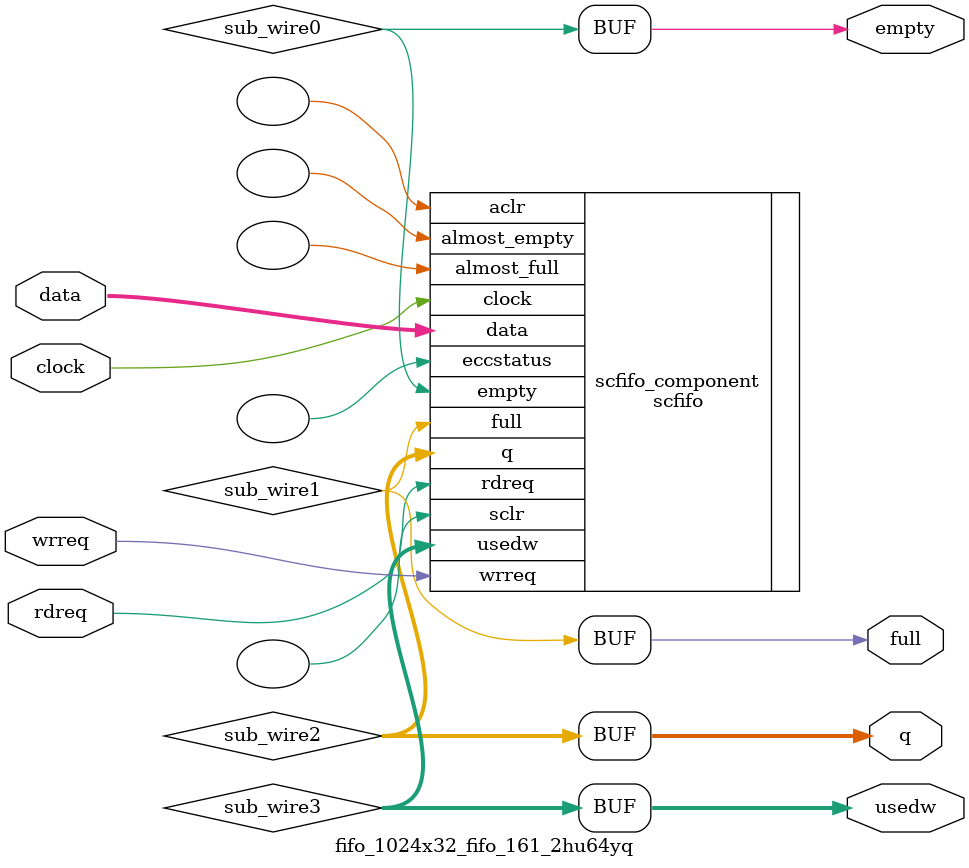
<source format=v>



`timescale 1 ps / 1 ps
// synopsys translate_on
module  fifo_1024x32_fifo_161_2hu64yq  (
    clock,
    data,
    rdreq,
    wrreq,
    empty,
    full,
    q,
    usedw);

    input    clock;
    input  [31:0]  data;
    input    rdreq;
    input    wrreq;
    output   empty;
    output   full;
    output [31:0]  q;
    output [9:0]  usedw;

    wire  sub_wire0;
    wire  sub_wire1;
    wire [31:0] sub_wire2;
    wire [9:0] sub_wire3;
    wire  empty = sub_wire0;
    wire  full = sub_wire1;
    wire [31:0] q = sub_wire2[31:0];
    wire [9:0] usedw = sub_wire3[9:0];

    scfifo  scfifo_component (
                .clock (clock),
                .data (data),
                .rdreq (rdreq),
                .wrreq (wrreq),
                .empty (sub_wire0),
                .full (sub_wire1),
                .q (sub_wire2),
                .usedw (sub_wire3),
                .aclr (),
                .almost_empty (),
                .almost_full (),
                .eccstatus (),
                .sclr ());
    defparam
        scfifo_component.add_ram_output_register  = "OFF",
        scfifo_component.enable_ecc  = "FALSE",
        scfifo_component.intended_device_family  = "Arria 10",
        scfifo_component.lpm_numwords  = 1024,
        scfifo_component.lpm_showahead  = "OFF",
        scfifo_component.lpm_type  = "scfifo",
        scfifo_component.lpm_width  = 32,
        scfifo_component.lpm_widthu  = 10,
        scfifo_component.overflow_checking  = "ON",
        scfifo_component.underflow_checking  = "ON",
        scfifo_component.use_eab  = "ON";


endmodule



</source>
